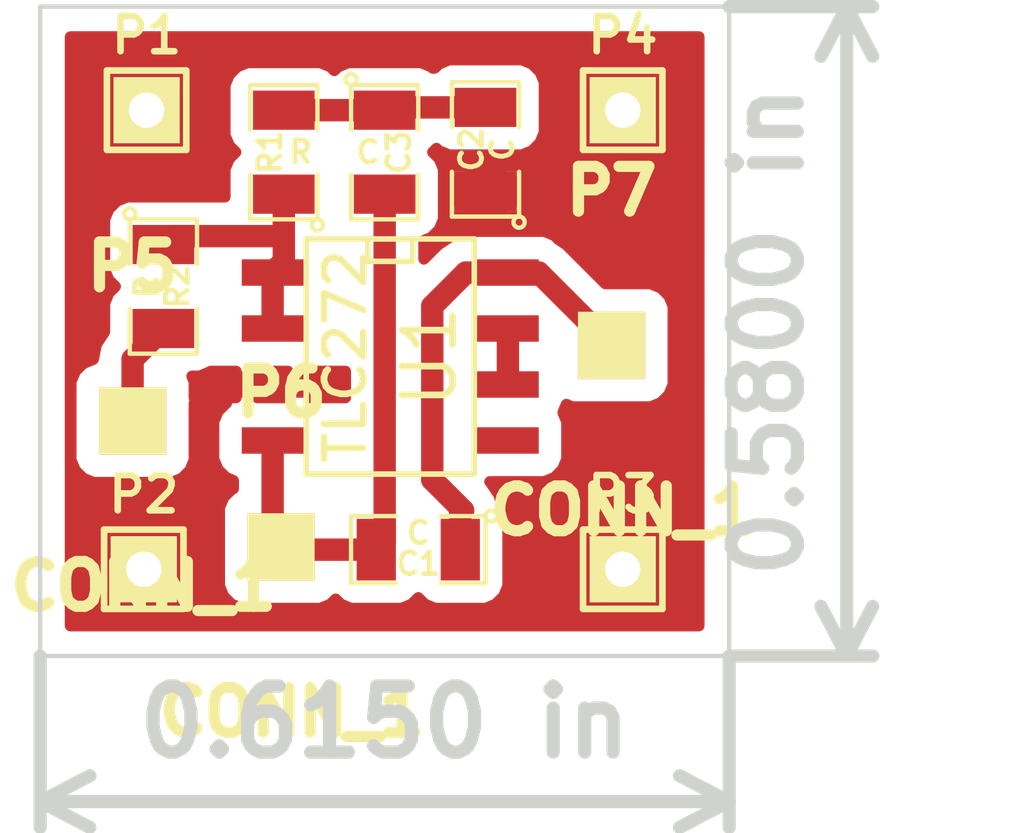
<source format=kicad_pcb>
(kicad_pcb (version 3) (host pcbnew "(22-Jun-2014 BZR 4027)-stable")

  (general
    (links 17)
    (no_connects 0)
    (area 10.514754 11.8585 38.226 32.672)
    (thickness 1.6)
    (drawings 8)
    (tracks 31)
    (zones 0)
    (modules 13)
    (nets 8)
  )

  (page A3)
  (layers
    (15 F.Cu signal)
    (0 B.Cu signal)
    (16 B.Adhes user)
    (17 F.Adhes user)
    (18 B.Paste user)
    (19 F.Paste user)
    (20 B.SilkS user)
    (21 F.SilkS user)
    (22 B.Mask user)
    (23 F.Mask user)
    (24 Dwgs.User user)
    (25 Cmts.User user)
    (26 Eco1.User user)
    (27 Eco2.User user)
    (28 Edge.Cuts user)
  )

  (setup
    (last_trace_width 0.254)
    (trace_clearance 0.254)
    (zone_clearance 0.508)
    (zone_45_only no)
    (trace_min 0.254)
    (segment_width 0.2)
    (edge_width 0.1)
    (via_size 0.889)
    (via_drill 0.635)
    (via_min_size 0.889)
    (via_min_drill 0.508)
    (uvia_size 0.508)
    (uvia_drill 0.127)
    (uvias_allowed no)
    (uvia_min_size 0.508)
    (uvia_min_drill 0.127)
    (pcb_text_width 0.3)
    (pcb_text_size 1.5 1.5)
    (mod_edge_width 0.15)
    (mod_text_size 1 1)
    (mod_text_width 0.15)
    (pad_size 1.524 1.524)
    (pad_drill 0)
    (pad_to_mask_clearance 0)
    (aux_axis_origin 0 0)
    (visible_elements FFFFFFBF)
    (pcbplotparams
      (layerselection 3178497)
      (usegerberextensions true)
      (excludeedgelayer true)
      (linewidth 0.150000)
      (plotframeref false)
      (viasonmask false)
      (mode 1)
      (useauxorigin false)
      (hpglpennumber 1)
      (hpglpenspeed 20)
      (hpglpendiameter 15)
      (hpglpenoverlay 2)
      (psnegative false)
      (psa4output false)
      (plotreference true)
      (plotvalue true)
      (plotothertext true)
      (plotinvisibletext false)
      (padsonsilk false)
      (subtractmaskfromsilk false)
      (outputformat 1)
      (mirror false)
      (drillshape 0)
      (scaleselection 1)
      (outputdirectory ""))
  )

  (net 0 "")
  (net 1 +5V)
  (net 2 GND)
  (net 3 N-000001)
  (net 4 N-000002)
  (net 5 N-000003)
  (net 6 N-000005)
  (net 7 N-000007)

  (net_class Default "This is the default net class."
    (clearance 0.254)
    (trace_width 0.254)
    (via_dia 0.889)
    (via_drill 0.635)
    (uvia_dia 0.508)
    (uvia_drill 0.127)
    (add_net "")
  )

  (net_class double ""
    (clearance 0.254)
    (trace_width 0.508)
    (via_dia 0.889)
    (via_drill 0.635)
    (uvia_dia 0.508)
    (uvia_drill 0.127)
    (add_net +5V)
    (add_net GND)
    (add_net N-000001)
    (add_net N-000002)
    (add_net N-000003)
    (add_net N-000005)
    (add_net N-000007)
  )

  (module 1PIN_SMD (layer F.Cu) (tedit 55931314) (tstamp 559311EF)
    (at 24.892 19.6215)
    (descr "module 1 pin (ou trou mecanique de percage)")
    (tags DEV)
    (path /55931163)
    (fp_text reference P7 (at 0 -3.50012) (layer F.SilkS)
      (effects (font (size 1.016 1.016) (thickness 0.254)))
    )
    (fp_text value CONN_1 (at 0.24892 3.74904) (layer F.SilkS)
      (effects (font (size 1.016 1.016) (thickness 0.254)))
    )
    (pad 1 smd rect (at 0 0) (size 1.524 1.524)
      (layers F.Cu F.Paste F.SilkS F.Mask)
      (net 1 +5V)
    )
  )

  (module 1PIN_SMD (layer F.Cu) (tedit 559312F5) (tstamp 559311F8)
    (at 17.399 24.1935)
    (descr "module 1 pin (ou trou mecanique de percage)")
    (tags DEV)
    (path /55931172)
    (fp_text reference P6 (at 0 -3.50012) (layer F.SilkS)
      (effects (font (size 1.016 1.016) (thickness 0.254)))
    )
    (fp_text value CONN_1 (at 0.24892 3.74904) (layer F.SilkS)
      (effects (font (size 1.016 1.016) (thickness 0.254)))
    )
    (pad 1 smd rect (at 0 0) (size 1.524 1.524)
      (layers F.Cu F.Paste F.SilkS F.Mask)
      (net 2 GND)
    )
  )

  (module 1PIN_SMD (layer F.Cu) (tedit 559312AA) (tstamp 559332FA)
    (at 14.0335 21.336)
    (descr "module 1 pin (ou trou mecanique de percage)")
    (tags DEV)
    (path /55931154)
    (fp_text reference P5 (at 0 -3.50012) (layer F.SilkS)
      (effects (font (size 1.016 1.016) (thickness 0.254)))
    )
    (fp_text value CONN_1 (at 0.24892 3.74904) (layer F.SilkS)
      (effects (font (size 1.016 1.016) (thickness 0.254)))
    )
    (pad 1 smd rect (at 0 0) (size 1.524 1.524)
      (layers F.Cu F.Paste F.SilkS F.Mask)
      (net 6 N-000005)
    )
  )

  (module SO8E (layer F.Cu) (tedit 4F33A5C7) (tstamp 55930D2F)
    (at 19.8755 19.8755 270)
    (descr "module CMS SOJ 8 pins etroit")
    (tags "CMS SOJ")
    (path /5592ECDD)
    (attr smd)
    (fp_text reference U1 (at 0 -0.889 270) (layer F.SilkS)
      (effects (font (size 1.143 1.143) (thickness 0.1524)))
    )
    (fp_text value TLC272 (at 0 1.016 270) (layer F.SilkS)
      (effects (font (size 0.889 0.889) (thickness 0.1524)))
    )
    (fp_line (start -2.667 1.778) (end -2.667 1.905) (layer F.SilkS) (width 0.127))
    (fp_line (start -2.667 1.905) (end 2.667 1.905) (layer F.SilkS) (width 0.127))
    (fp_line (start 2.667 -1.905) (end -2.667 -1.905) (layer F.SilkS) (width 0.127))
    (fp_line (start -2.667 -1.905) (end -2.667 1.778) (layer F.SilkS) (width 0.127))
    (fp_line (start -2.667 -0.508) (end -2.159 -0.508) (layer F.SilkS) (width 0.127))
    (fp_line (start -2.159 -0.508) (end -2.159 0.508) (layer F.SilkS) (width 0.127))
    (fp_line (start -2.159 0.508) (end -2.667 0.508) (layer F.SilkS) (width 0.127))
    (fp_line (start 2.667 -1.905) (end 2.667 1.905) (layer F.SilkS) (width 0.127))
    (pad 8 smd rect (at -1.905 -2.667 270) (size 0.59944 1.39954)
      (layers F.Cu F.Paste F.Mask)
      (net 1 +5V)
    )
    (pad 1 smd rect (at -1.905 2.667 270) (size 0.59944 1.39954)
      (layers F.Cu F.Paste F.Mask)
      (net 5 N-000003)
    )
    (pad 7 smd rect (at -0.635 -2.667 270) (size 0.59944 1.39954)
      (layers F.Cu F.Paste F.Mask)
      (net 3 N-000001)
    )
    (pad 6 smd rect (at 0.635 -2.667 270) (size 0.59944 1.39954)
      (layers F.Cu F.Paste F.Mask)
      (net 3 N-000001)
    )
    (pad 5 smd rect (at 1.905 -2.667 270) (size 0.59944 1.39954)
      (layers F.Cu F.Paste F.Mask)
    )
    (pad 2 smd rect (at -0.635 2.667 270) (size 0.59944 1.39954)
      (layers F.Cu F.Paste F.Mask)
      (net 5 N-000003)
    )
    (pad 3 smd rect (at 0.635 2.667 270) (size 0.59944 1.39954)
      (layers F.Cu F.Paste F.Mask)
      (net 7 N-000007)
    )
    (pad 4 smd rect (at 1.905 2.667 270) (size 0.59944 1.39954)
      (layers F.Cu F.Paste F.Mask)
      (net 2 GND)
    )
    (model smd/cms_so8.wrl
      (at (xyz 0 0 0))
      (scale (xyz 0.5 0.32 0.5))
      (rotate (xyz 0 0 0))
    )
  )

  (module SM0805 (layer F.Cu) (tedit 55930AAB) (tstamp 5593306E)
    (at 17.4625 15.24 90)
    (path /5592EDD4)
    (attr smd)
    (fp_text reference R1 (at 0 -0.3175 90) (layer F.SilkS)
      (effects (font (size 0.50038 0.50038) (thickness 0.10922)))
    )
    (fp_text value R (at 0 0.381 180) (layer F.SilkS)
      (effects (font (size 0.50038 0.50038) (thickness 0.10922)))
    )
    (fp_circle (center -1.651 0.762) (end -1.651 0.635) (layer F.SilkS) (width 0.09906))
    (fp_line (start -0.508 0.762) (end -1.524 0.762) (layer F.SilkS) (width 0.09906))
    (fp_line (start -1.524 0.762) (end -1.524 -0.762) (layer F.SilkS) (width 0.09906))
    (fp_line (start -1.524 -0.762) (end -0.508 -0.762) (layer F.SilkS) (width 0.09906))
    (fp_line (start 0.508 -0.762) (end 1.524 -0.762) (layer F.SilkS) (width 0.09906))
    (fp_line (start 1.524 -0.762) (end 1.524 0.762) (layer F.SilkS) (width 0.09906))
    (fp_line (start 1.524 0.762) (end 0.508 0.762) (layer F.SilkS) (width 0.09906))
    (pad 1 smd rect (at -0.9525 0 90) (size 0.889 1.397)
      (layers F.Cu F.Paste F.Mask)
      (net 5 N-000003)
    )
    (pad 2 smd rect (at 0.9525 0 90) (size 0.889 1.397)
      (layers F.Cu F.Paste F.Mask)
      (net 4 N-000002)
    )
    (model smd/chip_cms.wrl
      (at (xyz 0 0 0))
      (scale (xyz 0.1 0.1 0.1))
      (rotate (xyz 0 0 0))
    )
  )

  (module SM0805 (layer F.Cu) (tedit 5091495C) (tstamp 559330AC)
    (at 14.732 18.288 270)
    (path /5592EDE3)
    (attr smd)
    (fp_text reference R2 (at 0 -0.3175 270) (layer F.SilkS)
      (effects (font (size 0.50038 0.50038) (thickness 0.10922)))
    )
    (fp_text value R (at 0 0.381 270) (layer F.SilkS)
      (effects (font (size 0.50038 0.50038) (thickness 0.10922)))
    )
    (fp_circle (center -1.651 0.762) (end -1.651 0.635) (layer F.SilkS) (width 0.09906))
    (fp_line (start -0.508 0.762) (end -1.524 0.762) (layer F.SilkS) (width 0.09906))
    (fp_line (start -1.524 0.762) (end -1.524 -0.762) (layer F.SilkS) (width 0.09906))
    (fp_line (start -1.524 -0.762) (end -0.508 -0.762) (layer F.SilkS) (width 0.09906))
    (fp_line (start 0.508 -0.762) (end 1.524 -0.762) (layer F.SilkS) (width 0.09906))
    (fp_line (start 1.524 -0.762) (end 1.524 0.762) (layer F.SilkS) (width 0.09906))
    (fp_line (start 1.524 0.762) (end 0.508 0.762) (layer F.SilkS) (width 0.09906))
    (pad 1 smd rect (at -0.9525 0 270) (size 0.889 1.397)
      (layers F.Cu F.Paste F.Mask)
      (net 5 N-000003)
    )
    (pad 2 smd rect (at 0.9525 0 270) (size 0.889 1.397)
      (layers F.Cu F.Paste F.Mask)
      (net 6 N-000005)
    )
    (model smd/chip_cms.wrl
      (at (xyz 0 0 0))
      (scale (xyz 0.1 0.1 0.1))
      (rotate (xyz 0 0 0))
    )
  )

  (module SM0805 (layer F.Cu) (tedit 5593268A) (tstamp 55933308)
    (at 19.7485 15.24 270)
    (path /5592EDF2)
    (attr smd)
    (fp_text reference C3 (at 0 -0.3175 270) (layer F.SilkS)
      (effects (font (size 0.50038 0.50038) (thickness 0.10922)))
    )
    (fp_text value C (at 0 0.381 360) (layer F.SilkS)
      (effects (font (size 0.50038 0.50038) (thickness 0.10922)))
    )
    (fp_circle (center -1.651 0.762) (end -1.651 0.635) (layer F.SilkS) (width 0.09906))
    (fp_line (start -0.508 0.762) (end -1.524 0.762) (layer F.SilkS) (width 0.09906))
    (fp_line (start -1.524 0.762) (end -1.524 -0.762) (layer F.SilkS) (width 0.09906))
    (fp_line (start -1.524 -0.762) (end -0.508 -0.762) (layer F.SilkS) (width 0.09906))
    (fp_line (start 0.508 -0.762) (end 1.524 -0.762) (layer F.SilkS) (width 0.09906))
    (fp_line (start 1.524 -0.762) (end 1.524 0.762) (layer F.SilkS) (width 0.09906))
    (fp_line (start 1.524 0.762) (end 0.508 0.762) (layer F.SilkS) (width 0.09906))
    (pad 1 smd rect (at -0.9525 0 270) (size 0.889 1.397)
      (layers F.Cu F.Paste F.Mask)
      (net 4 N-000002)
    )
    (pad 2 smd rect (at 0.9525 0 270) (size 0.889 1.397)
      (layers F.Cu F.Paste F.Mask)
      (net 2 GND)
    )
    (model smd/chip_cms.wrl
      (at (xyz 0 0 0))
      (scale (xyz 0.1 0.1 0.1))
      (rotate (xyz 0 0 0))
    )
  )

  (module SM0805 (layer F.Cu) (tedit 5592F623) (tstamp 55933060)
    (at 22.0345 15.1765 90)
    (path /5592EE01)
    (attr smd)
    (fp_text reference C2 (at 0 -0.3175 90) (layer F.SilkS)
      (effects (font (size 0.50038 0.50038) (thickness 0.10922)))
    )
    (fp_text value C (at 0 0.381 90) (layer F.SilkS)
      (effects (font (size 0.50038 0.50038) (thickness 0.10922)))
    )
    (fp_circle (center -1.651 0.762) (end -1.651 0.635) (layer F.SilkS) (width 0.09906))
    (fp_line (start -0.508 0.762) (end -1.524 0.762) (layer F.SilkS) (width 0.09906))
    (fp_line (start -1.524 0.762) (end -1.524 -0.762) (layer F.SilkS) (width 0.09906))
    (fp_line (start -1.524 -0.762) (end -0.508 -0.762) (layer F.SilkS) (width 0.09906))
    (fp_line (start 0.508 -0.762) (end 1.524 -0.762) (layer F.SilkS) (width 0.09906))
    (fp_line (start 1.524 -0.762) (end 1.524 0.762) (layer F.SilkS) (width 0.09906))
    (fp_line (start 1.524 0.762) (end 0.508 0.762) (layer F.SilkS) (width 0.09906))
    (pad 1 smd rect (at -0.9525 0 90) (size 0.889 1.397)
      (layers F.Cu F.Paste F.Mask)
      (net 7 N-000007)
    )
    (pad 2 smd rect (at 0.9525 0 90) (size 0.889 1.397)
      (layers F.Cu F.Paste F.Mask)
      (net 4 N-000002)
    )
    (model smd/chip_cms.wrl
      (at (xyz 0 0 0))
      (scale (xyz 0.1 0.1 0.1))
      (rotate (xyz 0 0 0))
    )
  )

  (module SM0805 (layer F.Cu) (tedit 5091495C) (tstamp 55930D4B)
    (at 20.5105 24.257 180)
    (path /5592EE10)
    (attr smd)
    (fp_text reference C1 (at 0 -0.3175 180) (layer F.SilkS)
      (effects (font (size 0.50038 0.50038) (thickness 0.10922)))
    )
    (fp_text value C (at 0 0.381 180) (layer F.SilkS)
      (effects (font (size 0.50038 0.50038) (thickness 0.10922)))
    )
    (fp_circle (center -1.651 0.762) (end -1.651 0.635) (layer F.SilkS) (width 0.09906))
    (fp_line (start -0.508 0.762) (end -1.524 0.762) (layer F.SilkS) (width 0.09906))
    (fp_line (start -1.524 0.762) (end -1.524 -0.762) (layer F.SilkS) (width 0.09906))
    (fp_line (start -1.524 -0.762) (end -0.508 -0.762) (layer F.SilkS) (width 0.09906))
    (fp_line (start 0.508 -0.762) (end 1.524 -0.762) (layer F.SilkS) (width 0.09906))
    (fp_line (start 1.524 -0.762) (end 1.524 0.762) (layer F.SilkS) (width 0.09906))
    (fp_line (start 1.524 0.762) (end 0.508 0.762) (layer F.SilkS) (width 0.09906))
    (pad 1 smd rect (at -0.9525 0 180) (size 0.889 1.397)
      (layers F.Cu F.Paste F.Mask)
      (net 1 +5V)
    )
    (pad 2 smd rect (at 0.9525 0 180) (size 0.889 1.397)
      (layers F.Cu F.Paste F.Mask)
      (net 2 GND)
    )
    (model smd/chip_cms.wrl
      (at (xyz 0 0 0))
      (scale (xyz 0.1 0.1 0.1))
      (rotate (xyz 0 0 0))
    )
  )

  (module SIL-1 (layer F.Cu) (tedit 51C2D55B) (tstamp 5592F2DF)
    (at 14.2875 24.7015)
    (descr "Connecteurs 1 pin")
    (tags "CONN DEV")
    (path /5592EFC9)
    (fp_text reference P2 (at 0 -1.7) (layer F.SilkS)
      (effects (font (size 0.8 0.8) (thickness 0.15)))
    )
    (fp_text value CONN_1 (at 0.1 -1.7) (layer F.SilkS) hide
      (effects (font (size 0.8 0.8) (thickness 0.15)))
    )
    (fp_line (start -0.9 -0.9) (end 0.9 -0.9) (layer F.SilkS) (width 0.15))
    (fp_line (start 0.9 -0.9) (end 0.9 0.9) (layer F.SilkS) (width 0.15))
    (fp_line (start 0.9 0.9) (end -0.9 0.9) (layer F.SilkS) (width 0.15))
    (fp_line (start -0.9 0.9) (end -0.9 -0.9) (layer F.SilkS) (width 0.15))
    (pad 1 thru_hole rect (at 0 0) (size 1.5 1.5) (drill 0.8)
      (layers *.Cu *.Mask F.SilkS)
      (net 7 N-000007)
    )
  )

  (module SIL-1 (layer F.Cu) (tedit 51C2D55B) (tstamp 5592F2E8)
    (at 25.146 14.2875)
    (descr "Connecteurs 1 pin")
    (tags "CONN DEV")
    (path /5592EFD8)
    (fp_text reference P4 (at 0 -1.7) (layer F.SilkS)
      (effects (font (size 0.8 0.8) (thickness 0.15)))
    )
    (fp_text value CONN_1 (at 0.1 -1.7) (layer F.SilkS) hide
      (effects (font (size 0.8 0.8) (thickness 0.15)))
    )
    (fp_line (start -0.9 -0.9) (end 0.9 -0.9) (layer F.SilkS) (width 0.15))
    (fp_line (start 0.9 -0.9) (end 0.9 0.9) (layer F.SilkS) (width 0.15))
    (fp_line (start 0.9 0.9) (end -0.9 0.9) (layer F.SilkS) (width 0.15))
    (fp_line (start -0.9 0.9) (end -0.9 -0.9) (layer F.SilkS) (width 0.15))
    (pad 1 thru_hole rect (at 0 0) (size 1.5 1.5) (drill 0.8)
      (layers *.Cu *.Mask F.SilkS)
      (net 7 N-000007)
    )
  )

  (module SIL-1 (layer F.Cu) (tedit 51C2D55B) (tstamp 5592F2F1)
    (at 14.351 14.2875)
    (descr "Connecteurs 1 pin")
    (tags "CONN DEV")
    (path /5592EFE7)
    (fp_text reference P1 (at 0 -1.7) (layer F.SilkS)
      (effects (font (size 0.8 0.8) (thickness 0.15)))
    )
    (fp_text value CONN_1 (at 0.1 -1.7) (layer F.SilkS) hide
      (effects (font (size 0.8 0.8) (thickness 0.15)))
    )
    (fp_line (start -0.9 -0.9) (end 0.9 -0.9) (layer F.SilkS) (width 0.15))
    (fp_line (start 0.9 -0.9) (end 0.9 0.9) (layer F.SilkS) (width 0.15))
    (fp_line (start 0.9 0.9) (end -0.9 0.9) (layer F.SilkS) (width 0.15))
    (fp_line (start -0.9 0.9) (end -0.9 -0.9) (layer F.SilkS) (width 0.15))
    (pad 1 thru_hole rect (at 0 0) (size 1.5 1.5) (drill 0.8)
      (layers *.Cu *.Mask F.SilkS)
      (net 7 N-000007)
    )
  )

  (module SIL-1 (layer F.Cu) (tedit 51C2D55B) (tstamp 5592F2FA)
    (at 25.146 24.7015)
    (descr "Connecteurs 1 pin")
    (tags "CONN DEV")
    (path /5592EFF6)
    (fp_text reference P3 (at 0 -1.7) (layer F.SilkS)
      (effects (font (size 0.8 0.8) (thickness 0.15)))
    )
    (fp_text value CONN_1 (at 0.1 -1.7) (layer F.SilkS) hide
      (effects (font (size 0.8 0.8) (thickness 0.15)))
    )
    (fp_line (start -0.9 -0.9) (end 0.9 -0.9) (layer F.SilkS) (width 0.15))
    (fp_line (start 0.9 -0.9) (end 0.9 0.9) (layer F.SilkS) (width 0.15))
    (fp_line (start 0.9 0.9) (end -0.9 0.9) (layer F.SilkS) (width 0.15))
    (fp_line (start -0.9 0.9) (end -0.9 -0.9) (layer F.SilkS) (width 0.15))
    (pad 1 thru_hole rect (at 0 0) (size 1.5 1.5) (drill 0.8)
      (layers *.Cu *.Mask F.SilkS)
      (net 7 N-000007)
    )
  )

  (dimension 14.732 (width 0.3) (layer Edge.Cuts)
    (gr_text "14.732 mm" (at 31.576 19.304 90) (layer Edge.Cuts)
      (effects (font (size 1.5 1.5) (thickness 0.3)))
    )
    (feature1 (pts (xy 27.559 11.938) (xy 32.926 11.938)))
    (feature2 (pts (xy 27.559 26.67) (xy 32.926 26.67)))
    (crossbar (pts (xy 30.226 26.67) (xy 30.226 11.938)))
    (arrow1a (pts (xy 30.226 11.938) (xy 30.81242 13.064503)))
    (arrow1b (pts (xy 30.226 11.938) (xy 29.63958 13.064503)))
    (arrow2a (pts (xy 30.226 26.67) (xy 30.81242 25.543497)))
    (arrow2b (pts (xy 30.226 26.67) (xy 29.63958 25.543497)))
  )
  (dimension 15.621 (width 0.3) (layer Edge.Cuts)
    (gr_text "15.621 mm" (at 19.7485 31.321999) (layer Edge.Cuts)
      (effects (font (size 1.5 1.5) (thickness 0.3)))
    )
    (feature1 (pts (xy 27.559 26.67) (xy 27.559 32.671999)))
    (feature2 (pts (xy 11.938 26.67) (xy 11.938 32.671999)))
    (crossbar (pts (xy 11.938 29.971999) (xy 27.559 29.971999)))
    (arrow1a (pts (xy 27.559 29.971999) (xy 26.432497 30.558419)))
    (arrow1b (pts (xy 27.559 29.971999) (xy 26.432497 29.385579)))
    (arrow2a (pts (xy 11.938 29.971999) (xy 13.064503 30.558419)))
    (arrow2b (pts (xy 11.938 29.971999) (xy 13.064503 29.385579)))
  )
  (gr_line (start 11.938 26.67) (end 11.938 11.938) (angle 90) (layer Edge.Cuts) (width 0.1))
  (gr_line (start 27.559 26.67) (end 11.938 26.67) (angle 90) (layer Edge.Cuts) (width 0.1))
  (gr_line (start 27.559 26.6065) (end 27.559 26.67) (angle 90) (layer Edge.Cuts) (width 0.1))
  (gr_line (start 27.559 11.938) (end 27.559 26.6065) (angle 90) (layer Edge.Cuts) (width 0.1))
  (gr_line (start 27.4955 11.938) (end 27.559 11.938) (angle 90) (layer Edge.Cuts) (width 0.1))
  (gr_line (start 11.938 11.938) (end 27.4955 11.938) (angle 90) (layer Edge.Cuts) (width 0.1))

  (segment (start 21.5265 23.368) (end 21.463 23.4315) (width 0.508) (layer F.Cu) (net 1))
  (segment (start 21.59 17.9705) (end 20.828 18.7325) (width 0.508) (layer F.Cu) (net 1) (tstamp 559334A0))
  (segment (start 20.828 18.7325) (end 20.828 22.6695) (width 0.508) (layer F.Cu) (net 1) (tstamp 559334A4))
  (segment (start 20.828 22.6695) (end 21.5265 23.368) (width 0.508) (layer F.Cu) (net 1) (tstamp 559334AB))
  (segment (start 22.5425 17.9705) (end 21.59 17.9705) (width 0.508) (layer F.Cu) (net 1))
  (segment (start 21.463 23.4315) (end 21.463 24.257) (width 0.508) (layer F.Cu) (net 1) (tstamp 55933AF5))
  (segment (start 24.892 19.6215) (end 23.241 17.9705) (width 0.508) (layer F.Cu) (net 1))
  (segment (start 23.241 17.9705) (end 22.5425 17.9705) (width 0.508) (layer F.Cu) (net 1) (tstamp 55933906))
  (segment (start 21.5265 24.1935) (end 21.463 24.257) (width 0.508) (layer F.Cu) (net 1) (tstamp 559334B7))
  (segment (start 19.558 24.257) (end 19.7485 24.0665) (width 0.508) (layer F.Cu) (net 2))
  (segment (start 19.7485 24.0665) (end 19.7485 16.1925) (width 0.508) (layer F.Cu) (net 2) (tstamp 559338F8))
  (segment (start 17.399 24.1935) (end 17.2085 24.003) (width 0.508) (layer F.Cu) (net 2))
  (segment (start 17.2085 24.003) (end 17.2085 21.7805) (width 0.508) (layer F.Cu) (net 2) (tstamp 559338F3))
  (segment (start 17.399 24.1935) (end 17.4625 24.257) (width 0.508) (layer F.Cu) (net 2))
  (segment (start 17.4625 24.257) (end 19.558 24.257) (width 0.508) (layer F.Cu) (net 2) (tstamp 55933451))
  (segment (start 22.5425 20.5105) (end 22.5425 19.2405) (width 0.508) (layer F.Cu) (net 3))
  (segment (start 19.7485 14.2875) (end 19.812 14.224) (width 0.508) (layer F.Cu) (net 4))
  (segment (start 19.812 14.224) (end 22.0345 14.224) (width 0.508) (layer F.Cu) (net 4) (tstamp 559333A5))
  (segment (start 17.4625 14.2875) (end 19.7485 14.2875) (width 0.508) (layer F.Cu) (net 4))
  (segment (start 14.732 17.3355) (end 14.9225 17.145) (width 0.508) (layer F.Cu) (net 5))
  (segment (start 14.9225 17.145) (end 17.4625 17.145) (width 0.508) (layer F.Cu) (net 5) (tstamp 559336F5))
  (segment (start 17.2085 17.9705) (end 17.4625 17.7165) (width 0.508) (layer F.Cu) (net 5))
  (segment (start 17.4625 17.7165) (end 17.4625 17.145) (width 0.508) (layer F.Cu) (net 5) (tstamp 5593339B))
  (segment (start 17.4625 17.145) (end 17.4625 16.1925) (width 0.508) (layer F.Cu) (net 5) (tstamp 559336F9))
  (segment (start 17.2085 19.2405) (end 17.2085 17.9705) (width 0.508) (layer F.Cu) (net 5))
  (segment (start 14.732 19.2405) (end 14.0335 19.939) (width 0.508) (layer F.Cu) (net 6))
  (segment (start 14.0335 19.939) (end 14.0335 21.336) (width 0.508) (layer F.Cu) (net 6) (tstamp 55933BCB))
  (segment (start 17.2085 20.5105) (end 15.9385 20.5105) (width 0.508) (layer F.Cu) (net 7))
  (segment (start 15.621 23.368) (end 14.2875 24.7015) (width 0.508) (layer F.Cu) (net 7) (tstamp 559339E5))
  (segment (start 15.621 20.828) (end 15.621 23.368) (width 0.508) (layer F.Cu) (net 7) (tstamp 559339E1))
  (segment (start 15.9385 20.5105) (end 15.621 20.828) (width 0.508) (layer F.Cu) (net 7) (tstamp 559339DE))

  (zone (net 7) (net_name N-000007) (layer F.Cu) (tstamp 55933D10) (hatch edge 0.508)
    (connect_pads (clearance 0.508))
    (min_thickness 0.254)
    (fill (arc_segments 16) (thermal_gap 0) (thermal_bridge_width 5.08))
    (polygon
      (pts
        (xy 27.2415 26.3525) (xy 12.2555 26.3525) (xy 12.2555 12.319) (xy 27.2415 12.319)
      )
    )
    (filled_polygon
      (pts
        (xy 18.8595 20.81022) (xy 18.035288 20.81022) (xy 18.03527 20.69211) (xy 18.00352 20.66036) (xy 17.558385 20.66036)
        (xy 17.558385 20.81022) (xy 16.858615 20.81022) (xy 16.858615 20.66036) (xy 16.41348 20.66036) (xy 16.38173 20.69211)
        (xy 16.381711 20.81022) (xy 15.43061 20.81022) (xy 15.43061 20.448245) (xy 15.377665 20.32011) (xy 15.556255 20.32011)
        (xy 15.789729 20.223641) (xy 15.802612 20.21078) (xy 16.381711 20.21078) (xy 16.38173 20.32889) (xy 16.41348 20.36064)
        (xy 16.858615 20.36064) (xy 16.858615 20.21078) (xy 17.558385 20.21078) (xy 17.558385 20.36064) (xy 18.00352 20.36064)
        (xy 18.03527 20.32889) (xy 18.035288 20.21078) (xy 18.8595 20.21078) (xy 18.8595 20.81022)
      )
    )
    (filled_polygon
      (pts
        (xy 26.874 25.985) (xy 26.28911 25.985) (xy 26.28911 20.257745) (xy 26.28911 18.733745) (xy 26.192641 18.500271)
        (xy 26.023022 18.330356) (xy 26.023022 15.012349) (xy 26.023022 13.562651) (xy 26.022978 13.512127) (xy 26.003603 13.465466)
        (xy 25.967846 13.429772) (xy 25.921151 13.410478) (xy 25.55275 13.4105) (xy 25.521 13.44225) (xy 25.521 13.9125)
        (xy 25.99125 13.9125) (xy 26.023 13.88075) (xy 26.023022 13.562651) (xy 26.023022 15.012349) (xy 26.023 14.69425)
        (xy 25.99125 14.6625) (xy 25.521 14.6625) (xy 25.521 15.13275) (xy 25.55275 15.1645) (xy 25.921151 15.164522)
        (xy 25.967846 15.145228) (xy 26.003603 15.109534) (xy 26.022978 15.062873) (xy 26.023022 15.012349) (xy 26.023022 18.330356)
        (xy 26.014168 18.321487) (xy 25.780864 18.224611) (xy 25.528245 18.22439) (xy 24.771 18.22439) (xy 24.771 15.13275)
        (xy 24.771 14.6625) (xy 24.771 13.9125) (xy 24.771 13.44225) (xy 24.73925 13.4105) (xy 24.370849 13.410478)
        (xy 24.324154 13.429772) (xy 24.288397 13.465466) (xy 24.269022 13.512127) (xy 24.268978 13.562651) (xy 24.269 13.88075)
        (xy 24.30075 13.9125) (xy 24.771 13.9125) (xy 24.771 14.6625) (xy 24.30075 14.6625) (xy 24.269 14.69425)
        (xy 24.268978 15.012349) (xy 24.269022 15.062873) (xy 24.288397 15.109534) (xy 24.324154 15.145228) (xy 24.370849 15.164522)
        (xy 24.73925 15.1645) (xy 24.771 15.13275) (xy 24.771 18.22439) (xy 24.752126 18.22439) (xy 23.869618 17.341882)
        (xy 23.694148 17.224637) (xy 23.694147 17.224635) (xy 23.602438 17.132767) (xy 23.369134 17.035891) (xy 23.116515 17.03567)
        (xy 22.860022 17.03567) (xy 22.860022 16.598651) (xy 22.860022 15.659349) (xy 22.840728 15.612654) (xy 22.805034 15.576897)
        (xy 22.758373 15.557522) (xy 22.707849 15.557478) (xy 22.4155 15.5575) (xy 22.38375 15.58925) (xy 22.38375 15.90675)
        (xy 22.82825 15.90675) (xy 22.86 15.875) (xy 22.860022 15.659349) (xy 22.860022 16.598651) (xy 22.86 16.383)
        (xy 22.82825 16.35125) (xy 22.38375 16.35125) (xy 22.38375 16.66875) (xy 22.4155 16.7005) (xy 22.707849 16.700522)
        (xy 22.758373 16.700478) (xy 22.805034 16.681103) (xy 22.840728 16.645346) (xy 22.860022 16.598651) (xy 22.860022 17.03567)
        (xy 21.716975 17.03567) (xy 21.68525 17.048778) (xy 21.68525 16.66875) (xy 21.68525 16.35125) (xy 21.68525 15.90675)
        (xy 21.68525 15.58925) (xy 21.6535 15.5575) (xy 21.361151 15.557478) (xy 21.310627 15.557522) (xy 21.263966 15.576897)
        (xy 21.228272 15.612654) (xy 21.208978 15.659349) (xy 21.209 15.875) (xy 21.24075 15.90675) (xy 21.68525 15.90675)
        (xy 21.68525 16.35125) (xy 21.24075 16.35125) (xy 21.209 16.383) (xy 21.208978 16.598651) (xy 21.228272 16.645346)
        (xy 21.263966 16.681103) (xy 21.310627 16.700478) (xy 21.361151 16.700522) (xy 21.6535 16.7005) (xy 21.68525 16.66875)
        (xy 21.68525 17.048778) (xy 21.606057 17.0815) (xy 21.59 17.0815) (xy 21.589999 17.0815) (xy 21.249794 17.149171)
        (xy 20.961382 17.341882) (xy 20.961379 17.341885) (xy 20.6375 17.665764) (xy 20.6375 17.245358) (xy 20.806229 17.175641)
        (xy 20.985013 16.997168) (xy 21.081889 16.763864) (xy 21.08211 16.511245) (xy 21.08211 15.622245) (xy 20.985641 15.388771)
        (xy 20.837026 15.239897) (xy 20.923242 15.153831) (xy 20.975832 15.206513) (xy 21.209136 15.303389) (xy 21.461755 15.30361)
        (xy 22.858755 15.30361) (xy 23.092229 15.207141) (xy 23.271013 15.028668) (xy 23.367889 14.795364) (xy 23.36811 14.542745)
        (xy 23.36811 13.653745) (xy 23.271641 13.420271) (xy 23.093168 13.241487) (xy 22.859864 13.144611) (xy 22.607245 13.14439)
        (xy 21.210245 13.14439) (xy 20.976771 13.240859) (xy 20.882465 13.335) (xy 20.837128 13.335) (xy 20.807168 13.304987)
        (xy 20.573864 13.208111) (xy 20.321245 13.20789) (xy 18.924245 13.20789) (xy 18.690771 13.304359) (xy 18.605507 13.389473)
        (xy 18.521168 13.304987) (xy 18.287864 13.208111) (xy 18.035245 13.20789) (xy 16.638245 13.20789) (xy 16.404771 13.304359)
        (xy 16.225987 13.482832) (xy 16.129111 13.716136) (xy 16.12889 13.968755) (xy 16.12889 14.857755) (xy 16.225359 15.091229)
        (xy 16.373973 15.240102) (xy 16.225987 15.387832) (xy 16.129111 15.621136) (xy 16.12889 15.873755) (xy 16.12889 16.256)
        (xy 15.430482 16.256) (xy 15.304745 16.25589) (xy 15.228022 16.25589) (xy 15.228022 15.012349) (xy 15.228022 13.562651)
        (xy 15.227978 13.512127) (xy 15.208603 13.465466) (xy 15.172846 13.429772) (xy 15.126151 13.410478) (xy 14.75775 13.4105)
        (xy 14.726 13.44225) (xy 14.726 13.9125) (xy 15.19625 13.9125) (xy 15.228 13.88075) (xy 15.228022 13.562651)
        (xy 15.228022 15.012349) (xy 15.228 14.69425) (xy 15.19625 14.6625) (xy 14.726 14.6625) (xy 14.726 15.13275)
        (xy 14.75775 15.1645) (xy 15.126151 15.164522) (xy 15.172846 15.145228) (xy 15.208603 15.109534) (xy 15.227978 15.062873)
        (xy 15.228022 15.012349) (xy 15.228022 16.25589) (xy 13.976 16.25589) (xy 13.976 15.13275) (xy 13.976 14.6625)
        (xy 13.976 13.9125) (xy 13.976 13.44225) (xy 13.94425 13.4105) (xy 13.575849 13.410478) (xy 13.529154 13.429772)
        (xy 13.493397 13.465466) (xy 13.474022 13.512127) (xy 13.473978 13.562651) (xy 13.474 13.88075) (xy 13.50575 13.9125)
        (xy 13.976 13.9125) (xy 13.976 14.6625) (xy 13.50575 14.6625) (xy 13.474 14.69425) (xy 13.473978 15.012349)
        (xy 13.474022 15.062873) (xy 13.493397 15.109534) (xy 13.529154 15.145228) (xy 13.575849 15.164522) (xy 13.94425 15.1645)
        (xy 13.976 15.13275) (xy 13.976 16.25589) (xy 13.907745 16.25589) (xy 13.674271 16.352359) (xy 13.495487 16.530832)
        (xy 13.398611 16.764136) (xy 13.39839 17.016755) (xy 13.39839 17.905755) (xy 13.494859 18.139229) (xy 13.643473 18.288102)
        (xy 13.495487 18.435832) (xy 13.398611 18.669136) (xy 13.39839 18.921755) (xy 13.39839 19.320097) (xy 13.212171 19.598794)
        (xy 13.1445 19.939) (xy 13.1445 19.939404) (xy 12.912271 20.035359) (xy 12.733487 20.213832) (xy 12.636611 20.447136)
        (xy 12.63639 20.699755) (xy 12.63639 22.223755) (xy 12.732859 22.457229) (xy 12.911332 22.636013) (xy 13.144636 22.732889)
        (xy 13.397255 22.73311) (xy 14.921255 22.73311) (xy 15.154729 22.636641) (xy 15.333513 22.458168) (xy 15.430389 22.224864)
        (xy 15.43061 21.972245) (xy 15.43061 20.93722) (xy 16.161405 20.93722) (xy 16.149501 20.942139) (xy 15.970717 21.120612)
        (xy 15.873841 21.353916) (xy 15.87362 21.606535) (xy 15.87362 22.205975) (xy 15.970089 22.439449) (xy 16.148562 22.618233)
        (xy 16.3195 22.689212) (xy 16.3195 22.875617) (xy 16.277771 22.892859) (xy 16.098987 23.071332) (xy 16.002111 23.304636)
        (xy 16.00189 23.557255) (xy 16.00189 25.081255) (xy 16.098359 25.314729) (xy 16.276832 25.493513) (xy 16.510136 25.590389)
        (xy 16.762755 25.59061) (xy 18.286755 25.59061) (xy 18.520229 25.494141) (xy 18.637297 25.377276) (xy 18.753332 25.493513)
        (xy 18.986636 25.590389) (xy 19.239255 25.59061) (xy 20.128255 25.59061) (xy 20.361729 25.494141) (xy 20.510602 25.345526)
        (xy 20.658332 25.493513) (xy 20.891636 25.590389) (xy 21.144255 25.59061) (xy 22.033255 25.59061) (xy 22.266729 25.494141)
        (xy 22.445513 25.315668) (xy 22.542389 25.082364) (xy 22.54261 24.829745) (xy 22.54261 23.432745) (xy 22.446141 23.199271)
        (xy 22.365961 23.118951) (xy 22.347829 23.027795) (xy 22.155118 22.739382) (xy 22.131066 22.71533) (xy 23.368025 22.71533)
        (xy 23.601499 22.618861) (xy 23.780283 22.440388) (xy 23.877159 22.207084) (xy 23.87738 21.954465) (xy 23.87738 21.355025)
        (xy 23.790712 21.145271) (xy 23.866889 20.961814) (xy 24.003136 21.018389) (xy 24.255755 21.01861) (xy 25.779755 21.01861)
        (xy 26.013229 20.922141) (xy 26.192013 20.743668) (xy 26.288889 20.510364) (xy 26.28911 20.257745) (xy 26.28911 25.985)
        (xy 26.023022 25.985) (xy 26.023022 25.426349) (xy 26.023022 23.976651) (xy 26.022978 23.926127) (xy 26.003603 23.879466)
        (xy 25.967846 23.843772) (xy 25.921151 23.824478) (xy 25.55275 23.8245) (xy 25.521 23.85625) (xy 25.521 24.3265)
        (xy 25.99125 24.3265) (xy 26.023 24.29475) (xy 26.023022 23.976651) (xy 26.023022 25.426349) (xy 26.023 25.10825)
        (xy 25.99125 25.0765) (xy 25.521 25.0765) (xy 25.521 25.54675) (xy 25.55275 25.5785) (xy 25.921151 25.578522)
        (xy 25.967846 25.559228) (xy 26.003603 25.523534) (xy 26.022978 25.476873) (xy 26.023022 25.426349) (xy 26.023022 25.985)
        (xy 24.771 25.985) (xy 24.771 25.54675) (xy 24.771 25.0765) (xy 24.771 24.3265) (xy 24.771 23.85625)
        (xy 24.73925 23.8245) (xy 24.370849 23.824478) (xy 24.324154 23.843772) (xy 24.288397 23.879466) (xy 24.269022 23.926127)
        (xy 24.268978 23.976651) (xy 24.269 24.29475) (xy 24.30075 24.3265) (xy 24.771 24.3265) (xy 24.771 25.0765)
        (xy 24.30075 25.0765) (xy 24.269 25.10825) (xy 24.268978 25.426349) (xy 24.269022 25.476873) (xy 24.288397 25.523534)
        (xy 24.324154 25.559228) (xy 24.370849 25.578522) (xy 24.73925 25.5785) (xy 24.771 25.54675) (xy 24.771 25.985)
        (xy 15.164522 25.985) (xy 15.164522 25.426349) (xy 15.164522 23.976651) (xy 15.164478 23.926127) (xy 15.145103 23.879466)
        (xy 15.109346 23.843772) (xy 15.062651 23.824478) (xy 14.69425 23.8245) (xy 14.6625 23.85625) (xy 14.6625 24.3265)
        (xy 15.13275 24.3265) (xy 15.1645 24.29475) (xy 15.164522 23.976651) (xy 15.164522 25.426349) (xy 15.1645 25.10825)
        (xy 15.13275 25.0765) (xy 14.6625 25.0765) (xy 14.6625 25.54675) (xy 14.69425 25.5785) (xy 15.062651 25.578522)
        (xy 15.109346 25.559228) (xy 15.145103 25.523534) (xy 15.164478 25.476873) (xy 15.164522 25.426349) (xy 15.164522 25.985)
        (xy 13.9125 25.985) (xy 13.9125 25.54675) (xy 13.9125 25.0765) (xy 13.9125 24.3265) (xy 13.9125 23.85625)
        (xy 13.88075 23.8245) (xy 13.512349 23.824478) (xy 13.465654 23.843772) (xy 13.429897 23.879466) (xy 13.410522 23.926127)
        (xy 13.410478 23.976651) (xy 13.4105 24.29475) (xy 13.44225 24.3265) (xy 13.9125 24.3265) (xy 13.9125 25.0765)
        (xy 13.44225 25.0765) (xy 13.4105 25.10825) (xy 13.410478 25.426349) (xy 13.410522 25.476873) (xy 13.429897 25.523534)
        (xy 13.465654 25.559228) (xy 13.512349 25.578522) (xy 13.88075 25.5785) (xy 13.9125 25.54675) (xy 13.9125 25.985)
        (xy 12.623 25.985) (xy 12.623 12.623) (xy 26.874 12.623) (xy 26.874 25.985)
      )
    )
  )
)

</source>
